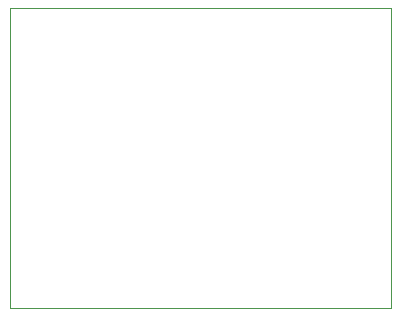
<source format=gm1>
G04 #@! TF.GenerationSoftware,KiCad,Pcbnew,(6.0.10)*
G04 #@! TF.CreationDate,2023-02-14T21:15:34-05:00*
G04 #@! TF.ProjectId,lipo_charger,6c69706f-5f63-4686-9172-6765722e6b69,rev?*
G04 #@! TF.SameCoordinates,Original*
G04 #@! TF.FileFunction,Profile,NP*
%FSLAX46Y46*%
G04 Gerber Fmt 4.6, Leading zero omitted, Abs format (unit mm)*
G04 Created by KiCad (PCBNEW (6.0.10)) date 2023-02-14 21:15:34*
%MOMM*%
%LPD*%
G01*
G04 APERTURE LIST*
G04 #@! TA.AperFunction,Profile*
%ADD10C,0.100000*%
G04 #@! TD*
G04 APERTURE END LIST*
D10*
X165100000Y-101600000D02*
X165100000Y-127000000D01*
X132842000Y-127000000D02*
X154940000Y-127000000D01*
X165100000Y-127000000D02*
X154940000Y-127000000D01*
X152400000Y-101600000D02*
X132842000Y-101600000D01*
X165100000Y-101600000D02*
X152400000Y-101600000D01*
X132842000Y-101600000D02*
X132842000Y-127000000D01*
M02*

</source>
